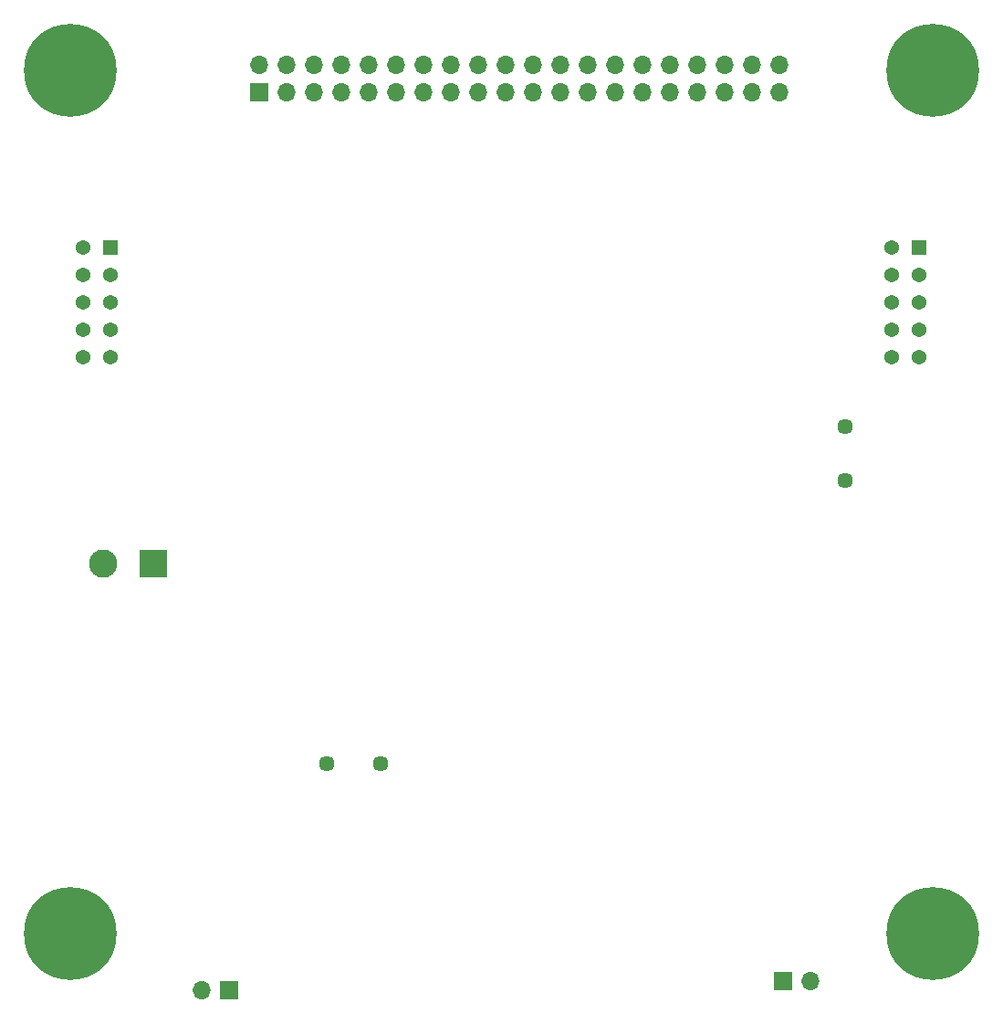
<source format=gbr>
%TF.GenerationSoftware,KiCad,Pcbnew,(6.0.1)*%
%TF.CreationDate,2022-02-13T11:40:04-05:00*%
%TF.ProjectId,STM32_Breakout,53544d33-325f-4427-9265-616b6f75742e,rev?*%
%TF.SameCoordinates,Original*%
%TF.FileFunction,Soldermask,Bot*%
%TF.FilePolarity,Negative*%
%FSLAX46Y46*%
G04 Gerber Fmt 4.6, Leading zero omitted, Abs format (unit mm)*
G04 Created by KiCad (PCBNEW (6.0.1)) date 2022-02-13 11:40:04*
%MOMM*%
%LPD*%
G01*
G04 APERTURE LIST*
%ADD10C,2.625000*%
%ADD11R,2.625000X2.625000*%
%ADD12C,0.900000*%
%ADD13C,8.600000*%
%ADD14R,1.700000X1.700000*%
%ADD15O,1.700000X1.700000*%
%ADD16C,1.450000*%
%ADD17R,1.370000X1.370000*%
%ADD18C,1.370000*%
G04 APERTURE END LIST*
D10*
%TO.C,S1*%
X60579000Y-103198000D03*
D11*
X65179000Y-103198000D03*
%TD*%
D12*
%TO.C,H1*%
X139780419Y-59780419D03*
X137500000Y-60725000D03*
X134275000Y-57500000D03*
X140725000Y-57500000D03*
X139780419Y-55219581D03*
X135219581Y-55219581D03*
X135219581Y-59780419D03*
D13*
X137500000Y-57500000D03*
D12*
X137500000Y-54275000D03*
%TD*%
D13*
%TO.C,H2*%
X57500000Y-137500000D03*
D12*
X55219581Y-139780419D03*
X54275000Y-137500000D03*
X60725000Y-137500000D03*
X59780419Y-135219581D03*
X59780419Y-139780419D03*
X57500000Y-140725000D03*
X55219581Y-135219581D03*
X57500000Y-134275000D03*
%TD*%
%TO.C,H3*%
X59780419Y-55219581D03*
X57500000Y-54275000D03*
X54275000Y-57500000D03*
D13*
X57500000Y-57500000D03*
D12*
X55219581Y-59780419D03*
X57500000Y-60725000D03*
X55219581Y-55219581D03*
X59780419Y-59780419D03*
X60725000Y-57500000D03*
%TD*%
%TO.C,H4*%
X134275000Y-137500000D03*
X139780419Y-135219581D03*
X139780419Y-139780419D03*
X137500000Y-140725000D03*
X140725000Y-137500000D03*
D13*
X137500000Y-137500000D03*
D12*
X135219581Y-135219581D03*
X137500000Y-134275000D03*
X135219581Y-139780419D03*
%TD*%
D14*
%TO.C,J1*%
X75000000Y-59500000D03*
D15*
X75000000Y-56960000D03*
X77540000Y-59500000D03*
X77540000Y-56960000D03*
X80080000Y-59500000D03*
X80080000Y-56960000D03*
X82620000Y-59500000D03*
X82620000Y-56960000D03*
X85160000Y-59500000D03*
X85160000Y-56960000D03*
X87700000Y-59500000D03*
X87700000Y-56960000D03*
X90240000Y-59500000D03*
X90240000Y-56960000D03*
X92780000Y-59500000D03*
X92780000Y-56960000D03*
X95320000Y-59500000D03*
X95320000Y-56960000D03*
X97860000Y-59500000D03*
X97860000Y-56960000D03*
X100400000Y-59500000D03*
X100400000Y-56960000D03*
X102940000Y-59500000D03*
X102940000Y-56960000D03*
X105480000Y-59500000D03*
X105480000Y-56960000D03*
X108020000Y-59500000D03*
X108020000Y-56960000D03*
X110560000Y-59500000D03*
X110560000Y-56960000D03*
X113100000Y-59500000D03*
X113100000Y-56960000D03*
X115640000Y-59500000D03*
X115640000Y-56960000D03*
X118180000Y-59500000D03*
X118180000Y-56960000D03*
X120720000Y-59500000D03*
X120720000Y-56960000D03*
X123260000Y-59500000D03*
X123260000Y-56960000D03*
%TD*%
D14*
%TO.C,J2*%
X123595000Y-141940000D03*
D15*
X126135000Y-141940000D03*
%TD*%
D16*
%TO.C,J4*%
X81320000Y-121760000D03*
X86320000Y-121760000D03*
%TD*%
D14*
%TO.C,J3*%
X72265000Y-142780000D03*
D15*
X69725000Y-142780000D03*
%TD*%
D17*
%TO.C,J5*%
X136270000Y-73920000D03*
D18*
X133730000Y-73920000D03*
X136270000Y-76460000D03*
X133730000Y-76460000D03*
X136270000Y-79000000D03*
X133730000Y-79000000D03*
X136270000Y-81540000D03*
X133730000Y-81540000D03*
X136270000Y-84080000D03*
X133730000Y-84080000D03*
%TD*%
D17*
%TO.C,J6*%
X61270000Y-73920000D03*
D18*
X58730000Y-73920000D03*
X61270000Y-76460000D03*
X58730000Y-76460000D03*
X61270000Y-79000000D03*
X58730000Y-79000000D03*
X61270000Y-81540000D03*
X58730000Y-81540000D03*
X61270000Y-84080000D03*
X58730000Y-84080000D03*
%TD*%
D16*
%TO.C,J8*%
X129380000Y-95480000D03*
X129380000Y-90480000D03*
%TD*%
M02*

</source>
